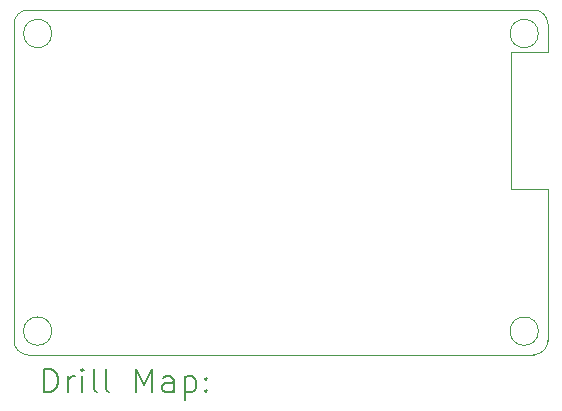
<source format=gbr>
%TF.GenerationSoftware,KiCad,Pcbnew,8.0.4*%
%TF.CreationDate,2024-09-16T16:07:33+01:00*%
%TF.ProjectId,algoritmi_foc,616c676f-7269-4746-9d69-5f666f632e6b,Andr_s Motta*%
%TF.SameCoordinates,Original*%
%TF.FileFunction,Drillmap*%
%TF.FilePolarity,Positive*%
%FSLAX45Y45*%
G04 Gerber Fmt 4.5, Leading zero omitted, Abs format (unit mm)*
G04 Created by KiCad (PCBNEW 8.0.4) date 2024-09-16 16:07:33*
%MOMM*%
%LPD*%
G01*
G04 APERTURE LIST*
%ADD10C,0.100000*%
%ADD11C,0.200000*%
G04 APERTURE END LIST*
D10*
X8140000Y-9620000D02*
X12420000Y-9620000D01*
X12227500Y-7060000D02*
X12540000Y-7060000D01*
X12460000Y-6900000D02*
G75*
G02*
X12220000Y-6900000I-120000J0D01*
G01*
X12220000Y-6900000D02*
G75*
G02*
X12460000Y-6900000I120000J0D01*
G01*
X12227500Y-8220000D02*
X12227500Y-7060000D01*
X8020000Y-6820000D02*
G75*
G02*
X8140000Y-6700000I120000J0D01*
G01*
X8340000Y-6900000D02*
G75*
G02*
X8100000Y-6900000I-120000J0D01*
G01*
X8100000Y-6900000D02*
G75*
G02*
X8340000Y-6900000I120000J0D01*
G01*
X12540000Y-9500000D02*
X12540000Y-8220000D01*
X8020000Y-6820000D02*
X8020000Y-9500000D01*
X12540000Y-7060000D02*
X12540000Y-6820000D01*
X8140000Y-9620000D02*
G75*
G02*
X8020000Y-9500000I0J120000D01*
G01*
X12460000Y-9420000D02*
G75*
G02*
X12220000Y-9420000I-120000J0D01*
G01*
X12220000Y-9420000D02*
G75*
G02*
X12460000Y-9420000I120000J0D01*
G01*
X12540000Y-8220000D02*
X12227500Y-8220000D01*
X8340000Y-9420000D02*
G75*
G02*
X8100000Y-9420000I-120000J0D01*
G01*
X8100000Y-9420000D02*
G75*
G02*
X8340000Y-9420000I120000J0D01*
G01*
X12420000Y-6700000D02*
X8140000Y-6700000D01*
X12540000Y-9500000D02*
G75*
G02*
X12420000Y-9620000I-120000J0D01*
G01*
X12420000Y-6700000D02*
G75*
G02*
X12540000Y-6820000I0J-120000D01*
G01*
D11*
X8275777Y-9936484D02*
X8275777Y-9736484D01*
X8275777Y-9736484D02*
X8323396Y-9736484D01*
X8323396Y-9736484D02*
X8351967Y-9746008D01*
X8351967Y-9746008D02*
X8371015Y-9765055D01*
X8371015Y-9765055D02*
X8380539Y-9784103D01*
X8380539Y-9784103D02*
X8390063Y-9822198D01*
X8390063Y-9822198D02*
X8390063Y-9850770D01*
X8390063Y-9850770D02*
X8380539Y-9888865D01*
X8380539Y-9888865D02*
X8371015Y-9907912D01*
X8371015Y-9907912D02*
X8351967Y-9926960D01*
X8351967Y-9926960D02*
X8323396Y-9936484D01*
X8323396Y-9936484D02*
X8275777Y-9936484D01*
X8475777Y-9936484D02*
X8475777Y-9803150D01*
X8475777Y-9841246D02*
X8485301Y-9822198D01*
X8485301Y-9822198D02*
X8494824Y-9812674D01*
X8494824Y-9812674D02*
X8513872Y-9803150D01*
X8513872Y-9803150D02*
X8532920Y-9803150D01*
X8599586Y-9936484D02*
X8599586Y-9803150D01*
X8599586Y-9736484D02*
X8590063Y-9746008D01*
X8590063Y-9746008D02*
X8599586Y-9755531D01*
X8599586Y-9755531D02*
X8609110Y-9746008D01*
X8609110Y-9746008D02*
X8599586Y-9736484D01*
X8599586Y-9736484D02*
X8599586Y-9755531D01*
X8723396Y-9936484D02*
X8704348Y-9926960D01*
X8704348Y-9926960D02*
X8694824Y-9907912D01*
X8694824Y-9907912D02*
X8694824Y-9736484D01*
X8828158Y-9936484D02*
X8809110Y-9926960D01*
X8809110Y-9926960D02*
X8799586Y-9907912D01*
X8799586Y-9907912D02*
X8799586Y-9736484D01*
X9056729Y-9936484D02*
X9056729Y-9736484D01*
X9056729Y-9736484D02*
X9123396Y-9879341D01*
X9123396Y-9879341D02*
X9190063Y-9736484D01*
X9190063Y-9736484D02*
X9190063Y-9936484D01*
X9371015Y-9936484D02*
X9371015Y-9831722D01*
X9371015Y-9831722D02*
X9361491Y-9812674D01*
X9361491Y-9812674D02*
X9342444Y-9803150D01*
X9342444Y-9803150D02*
X9304348Y-9803150D01*
X9304348Y-9803150D02*
X9285301Y-9812674D01*
X9371015Y-9926960D02*
X9351967Y-9936484D01*
X9351967Y-9936484D02*
X9304348Y-9936484D01*
X9304348Y-9936484D02*
X9285301Y-9926960D01*
X9285301Y-9926960D02*
X9275777Y-9907912D01*
X9275777Y-9907912D02*
X9275777Y-9888865D01*
X9275777Y-9888865D02*
X9285301Y-9869817D01*
X9285301Y-9869817D02*
X9304348Y-9860293D01*
X9304348Y-9860293D02*
X9351967Y-9860293D01*
X9351967Y-9860293D02*
X9371015Y-9850770D01*
X9466253Y-9803150D02*
X9466253Y-10003150D01*
X9466253Y-9812674D02*
X9485301Y-9803150D01*
X9485301Y-9803150D02*
X9523396Y-9803150D01*
X9523396Y-9803150D02*
X9542444Y-9812674D01*
X9542444Y-9812674D02*
X9551967Y-9822198D01*
X9551967Y-9822198D02*
X9561491Y-9841246D01*
X9561491Y-9841246D02*
X9561491Y-9898389D01*
X9561491Y-9898389D02*
X9551967Y-9917436D01*
X9551967Y-9917436D02*
X9542444Y-9926960D01*
X9542444Y-9926960D02*
X9523396Y-9936484D01*
X9523396Y-9936484D02*
X9485301Y-9936484D01*
X9485301Y-9936484D02*
X9466253Y-9926960D01*
X9647205Y-9917436D02*
X9656729Y-9926960D01*
X9656729Y-9926960D02*
X9647205Y-9936484D01*
X9647205Y-9936484D02*
X9637682Y-9926960D01*
X9637682Y-9926960D02*
X9647205Y-9917436D01*
X9647205Y-9917436D02*
X9647205Y-9936484D01*
X9647205Y-9812674D02*
X9656729Y-9822198D01*
X9656729Y-9822198D02*
X9647205Y-9831722D01*
X9647205Y-9831722D02*
X9637682Y-9822198D01*
X9637682Y-9822198D02*
X9647205Y-9812674D01*
X9647205Y-9812674D02*
X9647205Y-9831722D01*
M02*

</source>
